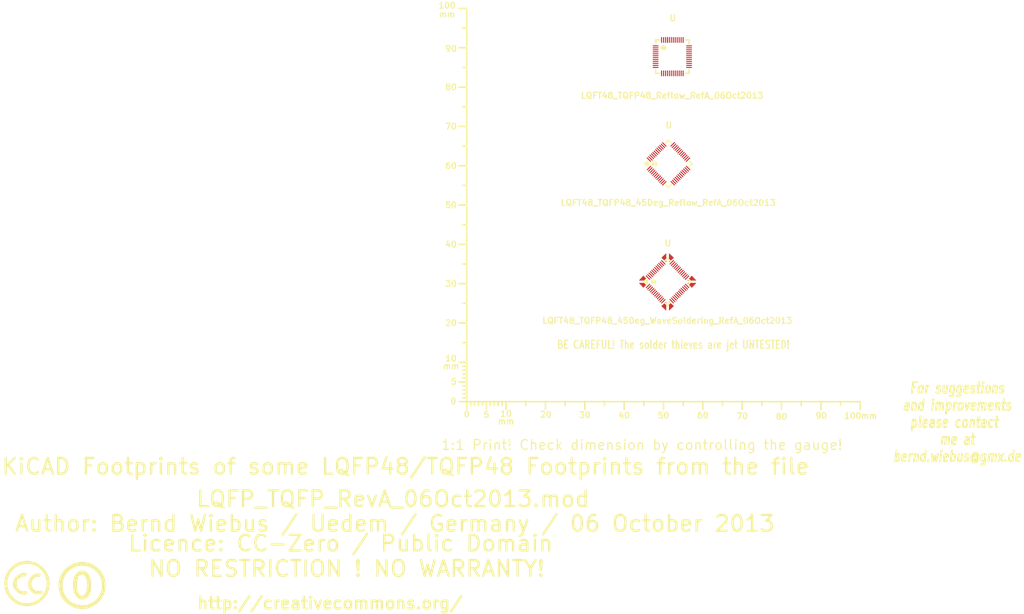
<source format=kicad_pcb>
(kicad_pcb (version 3) (host pcbnew "(2013-03-30 BZR 4007)-stable")

  (general
    (links 0)
    (no_connects 0)
    (area -16.90696 38.7816 274.02378 197.1694)
    (thickness 1.6002)
    (drawings 8)
    (tracks 0)
    (zones 0)
    (modules 6)
    (nets 1)
  )

  (page A4)
  (layers
    (15 Vorderseite signal)
    (0 Rückseite signal)
    (16 B.Adhes user)
    (17 F.Adhes user)
    (18 B.Paste user)
    (19 F.Paste user)
    (20 B.SilkS user)
    (21 F.SilkS user)
    (22 B.Mask user)
    (23 F.Mask user)
    (24 Dwgs.User user)
    (25 Cmts.User user)
    (26 Eco1.User user)
    (27 Eco2.User user)
    (28 Edge.Cuts user)
  )

  (setup
    (last_trace_width 0.2032)
    (trace_clearance 0.254)
    (zone_clearance 0.508)
    (zone_45_only no)
    (trace_min 0.2032)
    (segment_width 0.381)
    (edge_width 0.381)
    (via_size 0.889)
    (via_drill 0.635)
    (via_min_size 0.889)
    (via_min_drill 0.508)
    (uvia_size 0.508)
    (uvia_drill 0.127)
    (uvias_allowed no)
    (uvia_min_size 0.508)
    (uvia_min_drill 0.127)
    (pcb_text_width 0.3048)
    (pcb_text_size 1.524 2.032)
    (mod_edge_width 0.381)
    (mod_text_size 1.524 1.524)
    (mod_text_width 0.3048)
    (pad_size 1.2 1.2)
    (pad_drill 0)
    (pad_to_mask_clearance 0.254)
    (aux_axis_origin 0 0)
    (visible_elements 7FFFFFFF)
    (pcbplotparams
      (layerselection 3178497)
      (usegerberextensions true)
      (excludeedgelayer true)
      (linewidth 60)
      (plotframeref false)
      (viasonmask false)
      (mode 1)
      (useauxorigin false)
      (hpglpennumber 1)
      (hpglpenspeed 20)
      (hpglpendiameter 15)
      (hpglpenoverlay 0)
      (psnegative false)
      (psa4output false)
      (plotreference true)
      (plotvalue true)
      (plotothertext true)
      (plotinvisibletext false)
      (padsonsilk false)
      (subtractmaskfromsilk false)
      (outputformat 1)
      (mirror false)
      (drillshape 1)
      (scaleselection 1)
      (outputdirectory ""))
  )

  (net 0 "")

  (net_class Default "Dies ist die voreingestellte Netzklasse."
    (clearance 0.254)
    (trace_width 0.2032)
    (via_dia 0.889)
    (via_drill 0.635)
    (uvia_dia 0.508)
    (uvia_drill 0.127)
    (add_net "")
  )

  (module Gauge_100mm_Type2_SilkScreenTop_RevA_Date22Jun2010 (layer Vorderseite) (tedit 525EEA2A) (tstamp 4D88F07A)
    (at 132.75056 141.2494)
    (descr "Gauge, Massstab, 100mm, SilkScreenTop, Type 2,")
    (tags "Gauge, Massstab, 100mm, SilkScreenTop, Type 2,")
    (path Gauge_100mm_Type2_SilkScreenTop_RevA_Date22Jun2010)
    (fp_text reference MSC (at 4.0005 8.99922) (layer F.SilkS) hide
      (effects (font (size 1.524 1.524) (thickness 0.3048)))
    )
    (fp_text value Gauge_100mm_Type2_SilkScreenTop_RevA_Date22Jun2010 (at 45.9994 8.99922) (layer F.SilkS) hide
      (effects (font (size 1.524 1.524) (thickness 0.3048)))
    )
    (fp_text user mm (at 9.99998 5.00126) (layer F.SilkS)
      (effects (font (size 1.524 1.524) (thickness 0.3048)))
    )
    (fp_text user mm (at -4.0005 -8.99922) (layer F.SilkS)
      (effects (font (size 1.524 1.524) (thickness 0.3048)))
    )
    (fp_text user mm (at -5.00126 -98.5012) (layer F.SilkS)
      (effects (font (size 1.524 1.524) (thickness 0.3048)))
    )
    (fp_text user 10 (at 10.00506 3.0988) (layer F.SilkS)
      (effects (font (size 1.50114 1.50114) (thickness 0.29972)))
    )
    (fp_text user 0 (at 0.00508 3.19786) (layer F.SilkS)
      (effects (font (size 1.39954 1.50114) (thickness 0.29972)))
    )
    (fp_text user 5 (at 5.0038 3.29946) (layer F.SilkS)
      (effects (font (size 1.50114 1.50114) (thickness 0.29972)))
    )
    (fp_text user 20 (at 20.1041 3.29946) (layer F.SilkS)
      (effects (font (size 1.50114 1.50114) (thickness 0.29972)))
    )
    (fp_text user 30 (at 30.00502 3.39852) (layer F.SilkS)
      (effects (font (size 1.50114 1.50114) (thickness 0.29972)))
    )
    (fp_text user 40 (at 40.005 3.50012) (layer F.SilkS)
      (effects (font (size 1.50114 1.50114) (thickness 0.29972)))
    )
    (fp_text user 50 (at 50.00498 3.50012) (layer F.SilkS)
      (effects (font (size 1.50114 1.50114) (thickness 0.29972)))
    )
    (fp_text user 60 (at 60.00496 3.50012) (layer F.SilkS)
      (effects (font (size 1.50114 1.50114) (thickness 0.29972)))
    )
    (fp_text user 70 (at 70.00494 3.70078) (layer F.SilkS)
      (effects (font (size 1.50114 1.50114) (thickness 0.29972)))
    )
    (fp_text user 80 (at 80.00492 3.79984) (layer F.SilkS)
      (effects (font (size 1.50114 1.50114) (thickness 0.29972)))
    )
    (fp_text user 90 (at 90.1065 3.60172) (layer F.SilkS)
      (effects (font (size 1.50114 1.50114) (thickness 0.29972)))
    )
    (fp_text user 100mm (at 100.10648 3.60172) (layer F.SilkS)
      (effects (font (size 1.50114 1.50114) (thickness 0.29972)))
    )
    (fp_line (start 0 -8.99922) (end -1.00076 -8.99922) (layer F.SilkS) (width 0.381))
    (fp_line (start 0 -8.001) (end -1.00076 -8.001) (layer F.SilkS) (width 0.381))
    (fp_line (start 0 -7.00024) (end -1.00076 -7.00024) (layer F.SilkS) (width 0.381))
    (fp_line (start 0 -5.99948) (end -1.00076 -5.99948) (layer F.SilkS) (width 0.381))
    (fp_line (start 0 -4.0005) (end -1.00076 -4.0005) (layer F.SilkS) (width 0.381))
    (fp_line (start 0 -2.99974) (end -1.00076 -2.99974) (layer F.SilkS) (width 0.381))
    (fp_line (start 0 -1.99898) (end -1.00076 -1.99898) (layer F.SilkS) (width 0.381))
    (fp_line (start 0 -1.00076) (end -1.00076 -1.00076) (layer F.SilkS) (width 0.381))
    (fp_line (start 0 0) (end -1.99898 0) (layer F.SilkS) (width 0.381))
    (fp_line (start 0 -5.00126) (end -1.99898 -5.00126) (layer F.SilkS) (width 0.381))
    (fp_line (start 0 -9.99998) (end -1.99898 -9.99998) (layer F.SilkS) (width 0.381))
    (fp_line (start 0 -15.00124) (end -1.00076 -15.00124) (layer F.SilkS) (width 0.381))
    (fp_line (start 0 -19.99996) (end -1.99898 -19.99996) (layer F.SilkS) (width 0.381))
    (fp_line (start 0 -25.00122) (end -1.00076 -25.00122) (layer F.SilkS) (width 0.381))
    (fp_line (start 0 -29.99994) (end -1.99898 -29.99994) (layer F.SilkS) (width 0.381))
    (fp_line (start 0 -35.0012) (end -1.00076 -35.0012) (layer F.SilkS) (width 0.381))
    (fp_line (start 0 -39.99992) (end -1.99898 -39.99992) (layer F.SilkS) (width 0.381))
    (fp_line (start 0 -45.00118) (end -1.00076 -45.00118) (layer F.SilkS) (width 0.381))
    (fp_line (start 0 -49.9999) (end -1.99898 -49.9999) (layer F.SilkS) (width 0.381))
    (fp_line (start 0 -55.00116) (end -1.00076 -55.00116) (layer F.SilkS) (width 0.381))
    (fp_line (start 0 -59.99988) (end -1.99898 -59.99988) (layer F.SilkS) (width 0.381))
    (fp_line (start 0 -65.00114) (end -1.00076 -65.00114) (layer F.SilkS) (width 0.381))
    (fp_line (start 0 -69.99986) (end -1.99898 -69.99986) (layer F.SilkS) (width 0.381))
    (fp_line (start 0 -75.00112) (end -1.00076 -75.00112) (layer F.SilkS) (width 0.381))
    (fp_line (start 0 -79.99984) (end -1.99898 -79.99984) (layer F.SilkS) (width 0.381))
    (fp_line (start 0 -85.0011) (end -1.00076 -85.0011) (layer F.SilkS) (width 0.381))
    (fp_line (start 0 -89.99982) (end -1.99898 -89.99982) (layer F.SilkS) (width 0.381))
    (fp_line (start 0 -95.00108) (end -1.00076 -95.00108) (layer F.SilkS) (width 0.381))
    (fp_line (start 0 0) (end 0 -99.9998) (layer F.SilkS) (width 0.381))
    (fp_line (start 0 -99.9998) (end -1.99898 -99.9998) (layer F.SilkS) (width 0.381))
    (fp_text user 100 (at -4.99872 -100.7491) (layer F.SilkS)
      (effects (font (size 1.50114 1.50114) (thickness 0.29972)))
    )
    (fp_text user 90 (at -4.0005 -89.7509) (layer F.SilkS)
      (effects (font (size 1.50114 1.50114) (thickness 0.29972)))
    )
    (fp_text user 80 (at -4.0005 -79.99984) (layer F.SilkS)
      (effects (font (size 1.50114 1.50114) (thickness 0.29972)))
    )
    (fp_text user 70 (at -4.0005 -69.99986) (layer F.SilkS)
      (effects (font (size 1.50114 1.50114) (thickness 0.29972)))
    )
    (fp_text user 60 (at -4.0005 -59.99988) (layer F.SilkS)
      (effects (font (size 1.50114 1.50114) (thickness 0.29972)))
    )
    (fp_text user 50 (at -4.0005 -49.9999) (layer F.SilkS)
      (effects (font (size 1.50114 1.50114) (thickness 0.34036)))
    )
    (fp_text user 40 (at -4.0005 -39.99992) (layer F.SilkS)
      (effects (font (size 1.50114 1.50114) (thickness 0.29972)))
    )
    (fp_text user 30 (at -4.0005 -29.99994) (layer F.SilkS)
      (effects (font (size 1.50114 1.50114) (thickness 0.29972)))
    )
    (fp_text user 20 (at -4.0005 -19.99996) (layer F.SilkS)
      (effects (font (size 1.50114 1.50114) (thickness 0.29972)))
    )
    (fp_line (start 95.00108 0) (end 95.00108 1.00076) (layer F.SilkS) (width 0.381))
    (fp_line (start 89.99982 0) (end 89.99982 1.99898) (layer F.SilkS) (width 0.381))
    (fp_line (start 85.0011 0) (end 85.0011 1.00076) (layer F.SilkS) (width 0.381))
    (fp_line (start 79.99984 0) (end 79.99984 1.99898) (layer F.SilkS) (width 0.381))
    (fp_line (start 75.00112 0) (end 75.00112 1.00076) (layer F.SilkS) (width 0.381))
    (fp_line (start 69.99986 0) (end 69.99986 1.99898) (layer F.SilkS) (width 0.381))
    (fp_line (start 65.00114 0) (end 65.00114 1.00076) (layer F.SilkS) (width 0.381))
    (fp_line (start 59.99988 0) (end 59.99988 1.99898) (layer F.SilkS) (width 0.381))
    (fp_line (start 55.00116 0) (end 55.00116 1.00076) (layer F.SilkS) (width 0.381))
    (fp_line (start 49.9999 0) (end 49.9999 1.99898) (layer F.SilkS) (width 0.381))
    (fp_line (start 45.00118 0) (end 45.00118 1.00076) (layer F.SilkS) (width 0.381))
    (fp_line (start 39.99992 0) (end 39.99992 1.99898) (layer F.SilkS) (width 0.381))
    (fp_line (start 35.0012 0) (end 35.0012 1.00076) (layer F.SilkS) (width 0.381))
    (fp_line (start 29.99994 0) (end 29.99994 1.99898) (layer F.SilkS) (width 0.381))
    (fp_line (start 25.00122 0) (end 25.00122 1.00076) (layer F.SilkS) (width 0.381))
    (fp_line (start 19.99996 0) (end 19.99996 1.99898) (layer F.SilkS) (width 0.381))
    (fp_line (start 15.00124 0) (end 15.00124 1.00076) (layer F.SilkS) (width 0.381))
    (fp_line (start 9.99998 0) (end 99.9998 0) (layer F.SilkS) (width 0.381))
    (fp_line (start 99.9998 0) (end 99.9998 1.99898) (layer F.SilkS) (width 0.381))
    (fp_text user 5 (at -3.302 -5.10286) (layer F.SilkS)
      (effects (font (size 1.50114 1.50114) (thickness 0.29972)))
    )
    (fp_text user 0 (at -3.4036 -0.10414) (layer F.SilkS)
      (effects (font (size 1.50114 1.50114) (thickness 0.29972)))
    )
    (fp_text user 10 (at -4.0005 -11.00074) (layer F.SilkS)
      (effects (font (size 1.50114 1.50114) (thickness 0.29972)))
    )
    (fp_line (start 8.99922 0) (end 8.99922 1.00076) (layer F.SilkS) (width 0.381))
    (fp_line (start 8.001 0) (end 8.001 1.00076) (layer F.SilkS) (width 0.381))
    (fp_line (start 7.00024 0) (end 7.00024 1.00076) (layer F.SilkS) (width 0.381))
    (fp_line (start 5.99948 0) (end 5.99948 1.00076) (layer F.SilkS) (width 0.381))
    (fp_line (start 4.0005 0) (end 4.0005 1.00076) (layer F.SilkS) (width 0.381))
    (fp_line (start 2.99974 0) (end 2.99974 1.00076) (layer F.SilkS) (width 0.381))
    (fp_line (start 1.99898 0) (end 1.99898 1.00076) (layer F.SilkS) (width 0.381))
    (fp_line (start 1.00076 0) (end 1.00076 1.00076) (layer F.SilkS) (width 0.381))
    (fp_line (start 5.00126 0) (end 5.00126 1.99898) (layer F.SilkS) (width 0.381))
    (fp_line (start 0 0) (end 0 1.99898) (layer F.SilkS) (width 0.381))
    (fp_line (start 0 0) (end 9.99998 0) (layer F.SilkS) (width 0.381))
    (fp_line (start 9.99998 0) (end 9.99998 1.99898) (layer F.SilkS) (width 0.381))
  )

  (module Symbol_CC-PublicDomain_SilkScreenTop_Big (layer Vorderseite) (tedit 515D641F) (tstamp 515F0B64)
    (at 35 188)
    (descr "Symbol, CC-PublicDomain, SilkScreen Top, Big,")
    (tags "Symbol, CC-PublicDomain, SilkScreen Top, Big,")
    (path Symbol_CC-Noncommercial_CopperTop_Big)
    (fp_text reference Sym (at 0.59944 -7.29996) (layer F.SilkS) hide
      (effects (font (size 1.524 1.524) (thickness 0.3048)))
    )
    (fp_text value Symbol_CC-PublicDomain_SilkScreenTop_Big (at 0.59944 8.001) (layer F.SilkS) hide
      (effects (font (size 1.524 1.524) (thickness 0.3048)))
    )
    (fp_circle (center 0 0) (end 5.8 -0.05) (layer F.SilkS) (width 0.381))
    (fp_circle (center 0 0) (end 5.5 0) (layer F.SilkS) (width 0.381))
    (fp_circle (center 0.05 0) (end 5.25 0) (layer F.SilkS) (width 0.381))
    (fp_line (start 1.1 -2.5) (end 1.4 -1.9) (layer F.SilkS) (width 0.381))
    (fp_line (start -1.8 1.2) (end -1.6 1.9) (layer F.SilkS) (width 0.381))
    (fp_line (start -1.6 1.9) (end -1.2 2.5) (layer F.SilkS) (width 0.381))
    (fp_line (start 0 -3) (end 0.75 -2.75) (layer F.SilkS) (width 0.381))
    (fp_line (start 0.75 -2.75) (end 1 -2.25) (layer F.SilkS) (width 0.381))
    (fp_line (start 1 -2.25) (end 1.5 -1) (layer F.SilkS) (width 0.381))
    (fp_line (start 1.5 -1) (end 1.5 -0.5) (layer F.SilkS) (width 0.381))
    (fp_line (start 1.5 -0.5) (end 1.5 0.5) (layer F.SilkS) (width 0.381))
    (fp_line (start 1.5 0.5) (end 1.25 1.5) (layer F.SilkS) (width 0.381))
    (fp_line (start 1.25 1.5) (end 0.75 2.5) (layer F.SilkS) (width 0.381))
    (fp_line (start 0.75 2.5) (end 0.25 2.75) (layer F.SilkS) (width 0.381))
    (fp_line (start 0.25 2.75) (end -0.25 2.75) (layer F.SilkS) (width 0.381))
    (fp_line (start -0.25 2.75) (end -0.75 2.5) (layer F.SilkS) (width 0.381))
    (fp_line (start -0.75 2.5) (end -1.25 1.75) (layer F.SilkS) (width 0.381))
    (fp_line (start -1.25 1.75) (end -1.5 0.75) (layer F.SilkS) (width 0.381))
    (fp_line (start -1.5 0.75) (end -1.5 -0.75) (layer F.SilkS) (width 0.381))
    (fp_line (start -1.5 -0.75) (end -1.25 -1.75) (layer F.SilkS) (width 0.381))
    (fp_line (start -1.25 -1.75) (end -1 -2.5) (layer F.SilkS) (width 0.381))
    (fp_line (start -1 -2.5) (end -0.3 -2.9) (layer F.SilkS) (width 0.381))
    (fp_line (start -0.3 -2.9) (end 0.2 -3) (layer F.SilkS) (width 0.381))
    (fp_line (start 0.2 -3) (end 0.8 -3) (layer F.SilkS) (width 0.381))
    (fp_line (start 0.8 -3) (end 1.4 -2.3) (layer F.SilkS) (width 0.381))
    (fp_line (start 1.4 -2.3) (end 1.6 -1.4) (layer F.SilkS) (width 0.381))
    (fp_line (start 1.6 -1.4) (end 1.7 -0.3) (layer F.SilkS) (width 0.381))
    (fp_line (start 1.7 -0.3) (end 1.7 0.9) (layer F.SilkS) (width 0.381))
    (fp_line (start 1.7 0.9) (end 1.4 1.8) (layer F.SilkS) (width 0.381))
    (fp_line (start 1.4 1.8) (end 1 2.7) (layer F.SilkS) (width 0.381))
    (fp_line (start 1 2.7) (end 0.5 3) (layer F.SilkS) (width 0.381))
    (fp_line (start 0.5 3) (end -0.4 3) (layer F.SilkS) (width 0.381))
    (fp_line (start -0.4 3) (end -1.3 2.3) (layer F.SilkS) (width 0.381))
    (fp_line (start -1.3 2.3) (end -1.7 1) (layer F.SilkS) (width 0.381))
    (fp_line (start -1.7 1) (end -1.8 -0.7) (layer F.SilkS) (width 0.381))
    (fp_line (start -1.8 -0.7) (end -1.4 -2.2) (layer F.SilkS) (width 0.381))
    (fp_line (start -1.4 -2.2) (end -1 -2.9) (layer F.SilkS) (width 0.381))
    (fp_line (start -1 -2.9) (end -0.2 -3.3) (layer F.SilkS) (width 0.381))
    (fp_line (start -0.2 -3.3) (end 0.7 -3.2) (layer F.SilkS) (width 0.381))
    (fp_line (start 0.7 -3.2) (end 1.3 -3.1) (layer F.SilkS) (width 0.381))
    (fp_line (start 1.3 -3.1) (end 1.7 -2.4) (layer F.SilkS) (width 0.381))
    (fp_line (start 1.7 -2.4) (end 2 -1.6) (layer F.SilkS) (width 0.381))
    (fp_line (start 2 -1.6) (end 2.1 -0.6) (layer F.SilkS) (width 0.381))
    (fp_line (start 2.1 -0.6) (end 2.1 0.3) (layer F.SilkS) (width 0.381))
    (fp_line (start 2.1 0.3) (end 2.1 1.3) (layer F.SilkS) (width 0.381))
    (fp_line (start 2.1 1.3) (end 1.9 1.8) (layer F.SilkS) (width 0.381))
    (fp_line (start 1.9 1.8) (end 1.5 2.6) (layer F.SilkS) (width 0.381))
    (fp_line (start 1.5 2.6) (end 1.1 3) (layer F.SilkS) (width 0.381))
    (fp_line (start 1.1 3) (end 0.4 3.3) (layer F.SilkS) (width 0.381))
    (fp_line (start 0.4 3.3) (end -0.1 3.4) (layer F.SilkS) (width 0.381))
    (fp_line (start -0.1 3.4) (end -0.8 3.2) (layer F.SilkS) (width 0.381))
    (fp_line (start -0.8 3.2) (end -1.5 2.6) (layer F.SilkS) (width 0.381))
    (fp_line (start -1.5 2.6) (end -1.9 1.7) (layer F.SilkS) (width 0.381))
    (fp_line (start -1.9 1.7) (end -2.1 0.4) (layer F.SilkS) (width 0.381))
    (fp_line (start -2.1 0.4) (end -2.1 -0.6) (layer F.SilkS) (width 0.381))
    (fp_line (start -2.1 -0.6) (end -2 -1.6) (layer F.SilkS) (width 0.381))
    (fp_line (start -2 -1.6) (end -1.7 -2.4) (layer F.SilkS) (width 0.381))
    (fp_line (start -1.7 -2.4) (end -1.2 -3.1) (layer F.SilkS) (width 0.381))
    (fp_line (start -1.2 -3.1) (end -0.4 -3.6) (layer F.SilkS) (width 0.381))
    (fp_line (start -0.4 -3.6) (end 0.4 -3.6) (layer F.SilkS) (width 0.381))
    (fp_line (start 0.4 -3.6) (end 1.1 -3.2) (layer F.SilkS) (width 0.381))
    (fp_line (start 1.1 -3.2) (end 1.1 -2.9) (layer F.SilkS) (width 0.381))
    (fp_line (start 1.1 -2.9) (end 1.8 -1.5) (layer F.SilkS) (width 0.381))
    (fp_line (start 1.8 -1.5) (end 1.8 -0.4) (layer F.SilkS) (width 0.381))
    (fp_line (start 1.8 -0.4) (end 1.8 1.1) (layer F.SilkS) (width 0.381))
    (fp_line (start 1.8 1.1) (end 1.2 2.6) (layer F.SilkS) (width 0.381))
    (fp_line (start 1.2 2.6) (end 0.2 3.2) (layer F.SilkS) (width 0.381))
    (fp_line (start 0.2 3.2) (end -0.5 3.2) (layer F.SilkS) (width 0.381))
    (fp_line (start -0.5 3.2) (end -1.1 2.7) (layer F.SilkS) (width 0.381))
    (fp_line (start -1.1 2.7) (end -1.9 0.6) (layer F.SilkS) (width 0.381))
    (fp_line (start -1.9 0.6) (end -1.7 -1.9) (layer F.SilkS) (width 0.381))
  )

  (module Symbol_CreativeCommons_SilkScreenTop_Type2_Big (layer Vorderseite) (tedit 515D640C) (tstamp 515F46B2)
    (at 21 187.5)
    (descr "Symbol, Creative Commons, SilkScreen Top, Type 2, Big,")
    (tags "Symbol, Creative Commons, SilkScreen Top, Type 2, Big,")
    (path Symbol_CreativeCommons_CopperTop_Type2_Big)
    (fp_text reference Sym (at 0.59944 -7.29996) (layer F.SilkS) hide
      (effects (font (size 1.524 1.524) (thickness 0.3048)))
    )
    (fp_text value Symbol_CreativeCommons_Typ2_SilkScreenTop_Big (at 0.59944 8.001) (layer F.SilkS) hide
      (effects (font (size 1.524 1.524) (thickness 0.3048)))
    )
    (fp_line (start -0.70104 2.70002) (end -0.29972 2.60096) (layer F.SilkS) (width 0.381))
    (fp_line (start -0.29972 2.60096) (end -0.20066 2.10058) (layer F.SilkS) (width 0.381))
    (fp_line (start -2.49936 -1.69926) (end -2.70002 -1.6002) (layer F.SilkS) (width 0.381))
    (fp_line (start -2.70002 -1.6002) (end -3.0988 -1.00076) (layer F.SilkS) (width 0.381))
    (fp_line (start -3.0988 -1.00076) (end -3.29946 -0.50038) (layer F.SilkS) (width 0.381))
    (fp_line (start -3.29946 -0.50038) (end -3.40106 0.39878) (layer F.SilkS) (width 0.381))
    (fp_line (start -3.40106 0.39878) (end -3.29946 0.89916) (layer F.SilkS) (width 0.381))
    (fp_line (start -0.19812 2.4003) (end -0.29718 2.59842) (layer F.SilkS) (width 0.381))
    (fp_line (start 3.70078 2.10058) (end 3.79984 2.4003) (layer F.SilkS) (width 0.381))
    (fp_line (start 2.99974 -2.4003) (end 3.29946 -2.30124) (layer F.SilkS) (width 0.381))
    (fp_line (start 3.29946 -2.30124) (end 3.0988 -1.99898) (layer F.SilkS) (width 0.381))
    (fp_line (start 0 -5.40004) (end -0.50038 -5.40004) (layer F.SilkS) (width 0.381))
    (fp_line (start -0.50038 -5.40004) (end -1.30048 -5.10032) (layer F.SilkS) (width 0.381))
    (fp_line (start -1.30048 -5.10032) (end -1.99898 -4.89966) (layer F.SilkS) (width 0.381))
    (fp_line (start -1.99898 -4.89966) (end -2.70002 -4.699) (layer F.SilkS) (width 0.381))
    (fp_line (start -2.70002 -4.699) (end -3.29946 -4.20116) (layer F.SilkS) (width 0.381))
    (fp_line (start -3.29946 -4.20116) (end -4.0005 -3.59918) (layer F.SilkS) (width 0.381))
    (fp_line (start -4.0005 -3.59918) (end -4.50088 -2.99974) (layer F.SilkS) (width 0.381))
    (fp_line (start -4.50088 -2.99974) (end -5.00126 -2.10058) (layer F.SilkS) (width 0.381))
    (fp_line (start -5.00126 -2.10058) (end -5.30098 -1.09982) (layer F.SilkS) (width 0.381))
    (fp_line (start -5.30098 -1.09982) (end -5.40004 0.09906) (layer F.SilkS) (width 0.381))
    (fp_line (start -5.40004 0.09906) (end -5.19938 1.30048) (layer F.SilkS) (width 0.381))
    (fp_line (start -5.19938 1.30048) (end -4.8006 2.4003) (layer F.SilkS) (width 0.381))
    (fp_line (start -4.8006 2.4003) (end -3.79984 3.8989) (layer F.SilkS) (width 0.381))
    (fp_line (start -3.79984 3.8989) (end -2.60096 4.8006) (layer F.SilkS) (width 0.381))
    (fp_line (start -2.60096 4.8006) (end -1.30048 5.30098) (layer F.SilkS) (width 0.381))
    (fp_line (start -1.30048 5.30098) (end 0.09906 5.30098) (layer F.SilkS) (width 0.381))
    (fp_line (start 0.09906 5.30098) (end 1.6002 5.19938) (layer F.SilkS) (width 0.381))
    (fp_line (start 1.6002 5.19938) (end 2.60096 4.699) (layer F.SilkS) (width 0.381))
    (fp_line (start 2.60096 4.699) (end 4.20116 3.40106) (layer F.SilkS) (width 0.381))
    (fp_line (start 4.20116 3.40106) (end 5.00126 1.80086) (layer F.SilkS) (width 0.381))
    (fp_line (start 5.00126 1.80086) (end 5.40004 0.29972) (layer F.SilkS) (width 0.381))
    (fp_line (start 5.40004 0.29972) (end 5.19938 -1.39954) (layer F.SilkS) (width 0.381))
    (fp_line (start 5.19938 -1.39954) (end 4.699 -2.49936) (layer F.SilkS) (width 0.381))
    (fp_line (start 4.699 -2.49936) (end 3.40106 -4.09956) (layer F.SilkS) (width 0.381))
    (fp_line (start 3.40106 -4.09956) (end 2.4003 -4.8006) (layer F.SilkS) (width 0.381))
    (fp_line (start 2.4003 -4.8006) (end 1.39954 -5.19938) (layer F.SilkS) (width 0.381))
    (fp_line (start 1.39954 -5.19938) (end 0 -5.30098) (layer F.SilkS) (width 0.381))
    (fp_line (start 0.60198 -0.70104) (end 0.50292 -0.20066) (layer F.SilkS) (width 0.381))
    (fp_line (start 0.50292 -0.20066) (end 0.50292 0.49784) (layer F.SilkS) (width 0.381))
    (fp_line (start 0.50292 0.49784) (end 0.60198 1.09982) (layer F.SilkS) (width 0.381))
    (fp_line (start 0.60198 1.09982) (end 1.00076 1.69926) (layer F.SilkS) (width 0.381))
    (fp_line (start 1.00076 1.69926) (end 1.50114 2.19964) (layer F.SilkS) (width 0.381))
    (fp_line (start 1.50114 2.19964) (end 2.10058 2.49936) (layer F.SilkS) (width 0.381))
    (fp_line (start 2.10058 2.49936) (end 2.60096 2.59842) (layer F.SilkS) (width 0.381))
    (fp_line (start 2.60096 2.59842) (end 3.00228 2.59842) (layer F.SilkS) (width 0.381))
    (fp_line (start 3.00228 2.59842) (end 3.40106 2.59842) (layer F.SilkS) (width 0.381))
    (fp_line (start 3.40106 2.59842) (end 3.80238 2.49936) (layer F.SilkS) (width 0.381))
    (fp_line (start 3.80238 2.49936) (end 3.70078 2.2987) (layer F.SilkS) (width 0.381))
    (fp_line (start 3.70078 2.2987) (end 2.80162 2.4003) (layer F.SilkS) (width 0.381))
    (fp_line (start 2.80162 2.4003) (end 1.80086 2.09804) (layer F.SilkS) (width 0.381))
    (fp_line (start 1.80086 2.09804) (end 1.20142 1.6002) (layer F.SilkS) (width 0.381))
    (fp_line (start 1.20142 1.6002) (end 0.80264 0.6985) (layer F.SilkS) (width 0.381))
    (fp_line (start 0.80264 0.6985) (end 0.70104 -0.29972) (layer F.SilkS) (width 0.381))
    (fp_line (start 0.70104 -0.29972) (end 1.00076 -1.00076) (layer F.SilkS) (width 0.381))
    (fp_line (start 1.00076 -1.00076) (end 1.60274 -1.7018) (layer F.SilkS) (width 0.381))
    (fp_line (start 1.60274 -1.7018) (end 2.30124 -2.10058) (layer F.SilkS) (width 0.381))
    (fp_line (start 2.30124 -2.10058) (end 3.00228 -2.10058) (layer F.SilkS) (width 0.381))
    (fp_line (start 3.00228 -2.10058) (end 3.10134 -1.89992) (layer F.SilkS) (width 0.381))
    (fp_line (start 3.10134 -1.89992) (end 2.5019 -1.89992) (layer F.SilkS) (width 0.381))
    (fp_line (start 2.5019 -1.89992) (end 1.80086 -1.6002) (layer F.SilkS) (width 0.381))
    (fp_line (start 1.80086 -1.6002) (end 1.30048 -1.00076) (layer F.SilkS) (width 0.381))
    (fp_line (start 1.30048 -1.00076) (end 1.00076 -0.40132) (layer F.SilkS) (width 0.381))
    (fp_line (start 1.00076 -0.40132) (end 1.00076 0.09906) (layer F.SilkS) (width 0.381))
    (fp_line (start 1.00076 0.09906) (end 1.00076 0.6985) (layer F.SilkS) (width 0.381))
    (fp_line (start 1.00076 0.6985) (end 1.30048 1.19888) (layer F.SilkS) (width 0.381))
    (fp_line (start 1.30048 1.19888) (end 1.7018 1.69926) (layer F.SilkS) (width 0.381))
    (fp_line (start 1.7018 1.69926) (end 2.30124 1.99898) (layer F.SilkS) (width 0.381))
    (fp_line (start 2.30124 1.99898) (end 2.90068 2.09804) (layer F.SilkS) (width 0.381))
    (fp_line (start 2.90068 2.09804) (end 3.40106 2.09804) (layer F.SilkS) (width 0.381))
    (fp_line (start 3.40106 2.09804) (end 3.70078 1.99898) (layer F.SilkS) (width 0.381))
    (fp_line (start 3.00228 -2.4003) (end 2.40284 -2.4003) (layer F.SilkS) (width 0.381))
    (fp_line (start 2.40284 -2.4003) (end 2.00152 -2.20218) (layer F.SilkS) (width 0.381))
    (fp_line (start 2.00152 -2.20218) (end 1.50114 -2.00152) (layer F.SilkS) (width 0.381))
    (fp_line (start 1.50114 -2.00152) (end 1.10236 -1.6002) (layer F.SilkS) (width 0.381))
    (fp_line (start 1.10236 -1.6002) (end 0.80264 -1.09982) (layer F.SilkS) (width 0.381))
    (fp_line (start 0.80264 -1.09982) (end 0.60198 -0.70104) (layer F.SilkS) (width 0.381))
    (fp_line (start -0.39878 -1.99898) (end -0.89916 -1.99898) (layer F.SilkS) (width 0.381))
    (fp_line (start -0.89916 -1.99898) (end -1.39954 -1.89738) (layer F.SilkS) (width 0.381))
    (fp_line (start -1.39954 -1.89738) (end -1.89992 -1.59766) (layer F.SilkS) (width 0.381))
    (fp_line (start -1.89992 -1.59766) (end -2.4003 -1.19888) (layer F.SilkS) (width 0.381))
    (fp_line (start -2.4003 -1.30048) (end -2.70002 -0.8001) (layer F.SilkS) (width 0.381))
    (fp_line (start -2.70002 -0.8001) (end -2.79908 -0.29972) (layer F.SilkS) (width 0.381))
    (fp_line (start -2.79908 -0.29972) (end -2.79908 0.20066) (layer F.SilkS) (width 0.381))
    (fp_line (start -2.79908 0.20066) (end -2.59842 1.00076) (layer F.SilkS) (width 0.381))
    (fp_line (start -2.69748 1.00076) (end -2.39776 1.39954) (layer F.SilkS) (width 0.381))
    (fp_line (start -2.29616 1.4986) (end -1.79578 1.89992) (layer F.SilkS) (width 0.381))
    (fp_line (start -1.79578 1.89992) (end -1.29794 2.09804) (layer F.SilkS) (width 0.381))
    (fp_line (start -1.29794 2.09804) (end -0.89662 2.19964) (layer F.SilkS) (width 0.381))
    (fp_line (start -0.89662 2.19964) (end -0.49784 2.19964) (layer F.SilkS) (width 0.381))
    (fp_line (start -0.49784 2.19964) (end -0.19812 2.09804) (layer F.SilkS) (width 0.381))
    (fp_line (start -0.19812 2.09804) (end -0.29718 2.4003) (layer F.SilkS) (width 0.381))
    (fp_line (start -0.29718 2.4003) (end -0.89662 2.49936) (layer F.SilkS) (width 0.381))
    (fp_line (start -0.89662 2.49936) (end -1.59766 2.2987) (layer F.SilkS) (width 0.381))
    (fp_line (start -1.59766 2.2987) (end -2.29616 1.79832) (layer F.SilkS) (width 0.381))
    (fp_line (start -2.29616 1.79832) (end -2.79654 1.29794) (layer F.SilkS) (width 0.381))
    (fp_line (start -2.79908 1.39954) (end -2.99974 0.70104) (layer F.SilkS) (width 0.381))
    (fp_line (start -2.99974 0.70104) (end -3.0988 0) (layer F.SilkS) (width 0.381))
    (fp_line (start -3.0988 0) (end -2.99974 -0.59944) (layer F.SilkS) (width 0.381))
    (fp_line (start -2.99974 -0.8001) (end -2.70002 -1.30048) (layer F.SilkS) (width 0.381))
    (fp_line (start -2.70002 -1.09982) (end -2.19964 -1.6002) (layer F.SilkS) (width 0.381))
    (fp_line (start -2.19964 -1.69926) (end -1.69926 -1.99898) (layer F.SilkS) (width 0.381))
    (fp_line (start -1.69926 -1.99898) (end -1.19888 -2.19964) (layer F.SilkS) (width 0.381))
    (fp_line (start -1.19888 -2.19964) (end -0.6985 -2.19964) (layer F.SilkS) (width 0.381))
    (fp_line (start -0.6985 -2.19964) (end -0.29972 -2.19964) (layer F.SilkS) (width 0.381))
    (fp_line (start -0.29972 -2.19964) (end -0.20066 -2.39776) (layer F.SilkS) (width 0.381))
    (fp_line (start -0.20066 -2.39776) (end -0.59944 -2.49936) (layer F.SilkS) (width 0.381))
    (fp_line (start -0.59944 -2.49936) (end -1.00076 -2.49936) (layer F.SilkS) (width 0.381))
    (fp_line (start -1.00076 -2.49936) (end -1.4986 -2.39776) (layer F.SilkS) (width 0.381))
    (fp_line (start -1.4986 -2.39776) (end -2.10058 -2.09804) (layer F.SilkS) (width 0.381))
    (fp_line (start -2.10058 -2.09804) (end -2.59842 -1.69926) (layer F.SilkS) (width 0.381))
    (fp_line (start -2.59842 -1.6002) (end -3.0988 -0.89916) (layer F.SilkS) (width 0.381))
    (fp_line (start -3.0988 -0.89916) (end -3.29946 -0.29972) (layer F.SilkS) (width 0.381))
    (fp_line (start -3.29946 -0.29972) (end -3.29946 0.40132) (layer F.SilkS) (width 0.381))
    (fp_line (start -3.29946 0.40132) (end -3.2004 1.00076) (layer F.SilkS) (width 0.381))
    (fp_line (start -3.29946 0.8001) (end -2.99974 1.39954) (layer F.SilkS) (width 0.381))
    (fp_line (start -2.89814 1.4986) (end -2.49682 1.99898) (layer F.SilkS) (width 0.381))
    (fp_line (start -2.49682 1.99898) (end -1.89738 2.4003) (layer F.SilkS) (width 0.381))
    (fp_line (start -1.89738 2.4003) (end -1.19634 2.59842) (layer F.SilkS) (width 0.381))
    (fp_line (start -1.19634 2.59842) (end -0.69596 2.70002) (layer F.SilkS) (width 0.381))
    (fp_line (start -2.9972 1.19888) (end -2.59842 1.19888) (layer F.SilkS) (width 0.381))
    (fp_circle (center 0 0) (end 5.08 1.016) (layer F.SilkS) (width 0.381))
    (fp_circle (center 0 0) (end 5.588 0) (layer F.SilkS) (width 0.381))
  )

  (module LQFT48_TQFP48_45Deg_Reflow_RefA_06Oct2013 (layer Vorderseite) (tedit 525EE9F6) (tstamp 525EF2FA)
    (at 184 80.75)
    (attr smd)
    (fp_text reference U (at 0.1 -9.8) (layer F.SilkS)
      (effects (font (size 1.524 1.524) (thickness 0.3048)))
    )
    (fp_text value LQFT48_TQFP48_45Deg_Reflow_RefA_06Oct2013 (at -0.05 9.9) (layer F.SilkS)
      (effects (font (size 1.524 1.524) (thickness 0.3048)))
    )
    (fp_line (start 0 8.9) (end -8.8 0) (layer Cmts.User) (width 0.381))
    (fp_line (start -8.8 0) (end -1.9 -6.9) (layer Cmts.User) (width 0.381))
    (fp_line (start 9 0) (end 0 8.9) (layer Cmts.User) (width 0.381))
    (fp_line (start 0.1 -8.9) (end 9 0) (layer Cmts.User) (width 0.381))
    (fp_line (start -2.1 -6.7) (end 0 -8.9) (layer Cmts.User) (width 0.381))
    (fp_circle (center 0 0) (end 0.825 0.05) (layer F.Adhes) (width 0.381))
    (fp_circle (center 0 0) (end 0.5 0.025) (layer F.Adhes) (width 0.381))
    (fp_circle (center 0 0) (end 0.15 0) (layer F.Adhes) (width 0.381))
    (fp_line (start -7 -0.7) (end -7 0.7) (layer Cmts.User) (width 0.381))
    (fp_line (start 0 7.7) (end 7.7 0.025) (layer Cmts.User) (width 0.381))
    (fp_line (start 7.7 0.025) (end 0 -7.7) (layer Cmts.User) (width 0.381))
    (fp_line (start 0 -7.7) (end -7.7 0) (layer Cmts.User) (width 0.381))
    (fp_line (start -7.7 0) (end 0 7.7) (layer Cmts.User) (width 0.381))
    (fp_circle (center -3.525 0.025) (end -3.1 0.25) (layer F.SilkS) (width 0.381))
    (fp_circle (center -3.525 0.025) (end -3.35 0.1) (layer F.SilkS) (width 0.381))
    (fp_line (start -5.25 -0.725) (end -5.2 0.8) (layer F.SilkS) (width 0.381))
    (fp_line (start 0 6) (end 0.775 5.225) (layer F.SilkS) (width 0.381))
    (fp_line (start 0 6) (end -0.75 5.25) (layer F.SilkS) (width 0.381))
    (fp_line (start -6 0) (end -5.2 0.8) (layer F.SilkS) (width 0.381))
    (fp_line (start -6 0) (end -5.25 -0.75) (layer F.SilkS) (width 0.381))
    (fp_line (start 0 -6) (end 0.8 -5.2) (layer F.SilkS) (width 0.381))
    (fp_line (start 0 -6) (end -0.775 -5.2) (layer F.SilkS) (width 0.381))
    (fp_line (start 5.275 -0.725) (end 6 -0.025) (layer F.SilkS) (width 0.381))
    (fp_line (start 6 -0.025) (end 5.275 0.725) (layer F.SilkS) (width 0.381))
    (pad 13 smd oval (at 1.0875 4.9375 135) (size 1.5 0.254)
      (layers Vorderseite F.Paste F.Mask)
      (solder_mask_margin 0.05)
      (solder_paste_margin -0.05)
      (solder_paste_margin_ratio -0.5)
      (clearance 0.05)
    )
    (pad 18 smd oval (at 2.8625 3.1875 135) (size 1.5 0.254)
      (layers Vorderseite F.Paste F.Mask)
      (solder_mask_margin 0.05)
      (solder_paste_margin -0.05)
      (solder_paste_margin_ratio -0.5)
      (clearance 0.05)
    )
    (pad 17 smd oval (at 2.5125 3.5375 135) (size 1.5 0.254)
      (layers Vorderseite F.Paste F.Mask)
      (solder_mask_margin 0.05)
      (solder_paste_margin -0.05)
      (solder_paste_margin_ratio -0.5)
      (clearance 0.05)
    )
    (pad 16 smd oval (at 2.1625 3.8875 135) (size 1.5 0.254)
      (layers Vorderseite F.Paste F.Mask)
      (solder_mask_margin 0.05)
      (solder_paste_margin -0.05)
      (solder_paste_margin_ratio -0.5)
      (clearance 0.05)
    )
    (pad 15 smd oval (at 1.8125 4.2375 135) (size 1.5 0.254)
      (layers Vorderseite F.Paste F.Mask)
      (solder_mask_margin 0.05)
      (solder_paste_margin -0.05)
      (solder_paste_margin_ratio -0.5)
      (clearance 0.05)
    )
    (pad 14 smd oval (at 1.4625 4.6125 135) (size 1.5 0.254)
      (layers Vorderseite F.Paste F.Mask)
      (solder_mask_margin 0.05)
      (solder_paste_margin -0.05)
      (solder_paste_margin_ratio -0.5)
      (clearance 0.05)
    )
    (pad 19 smd oval (at 3.2375 2.8375 135) (size 1.5 0.254)
      (layers Vorderseite F.Paste F.Mask)
      (solder_mask_margin 0.05)
      (solder_paste_margin -0.05)
      (solder_paste_margin_ratio -0.5)
      (clearance 0.05)
    )
    (pad 20 smd oval (at 3.5625 2.4625 135) (size 1.5 0.254)
      (layers Vorderseite F.Paste F.Mask)
      (solder_mask_margin 0.05)
      (solder_paste_margin -0.05)
      (solder_paste_margin_ratio -0.5)
      (clearance 0.05)
    )
    (pad 21 smd oval (at 3.9125 2.1125 135) (size 1.5 0.254)
      (layers Vorderseite F.Paste F.Mask)
      (solder_mask_margin 0.05)
      (solder_paste_margin -0.05)
      (solder_paste_margin_ratio -0.5)
      (clearance 0.05)
    )
    (pad 22 smd oval (at 4.2875 1.7625 135) (size 1.5 0.254)
      (layers Vorderseite F.Paste F.Mask)
      (solder_mask_margin 0.05)
      (solder_paste_margin -0.05)
      (solder_paste_margin_ratio -0.5)
      (clearance 0.05)
    )
    (pad 23 smd oval (at 4.6625 1.4375 135) (size 1.5 0.254)
      (layers Vorderseite F.Paste F.Mask)
      (solder_mask_margin 0.05)
      (solder_paste_margin -0.05)
      (solder_paste_margin_ratio -0.5)
      (clearance 0.05)
    )
    (pad 24 smd oval (at 4.9875 1.0625 135) (size 1.5 0.254)
      (layers Vorderseite F.Paste F.Mask)
      (solder_mask_margin 0.05)
      (solder_paste_margin -0.05)
      (solder_paste_margin_ratio -0.5)
      (clearance 0.05)
    )
    (pad 37 smd oval (at -1.05 -4.925 135) (size 1.5 0.254)
      (layers Vorderseite F.Paste F.Mask)
      (solder_mask_margin 0.05)
      (solder_paste_margin -0.05)
      (solder_paste_margin_ratio -0.5)
      (clearance 0.05)
    )
    (pad 38 smd oval (at -1.375 -4.55 135) (size 1.5 0.254)
      (layers Vorderseite F.Paste F.Mask)
      (solder_mask_margin 0.05)
      (solder_paste_margin -0.05)
      (solder_paste_margin_ratio -0.5)
      (clearance 0.05)
    )
    (pad 39 smd oval (at -1.75 -4.225 135) (size 1.5 0.254)
      (layers Vorderseite F.Paste F.Mask)
      (solder_mask_margin 0.05)
      (solder_paste_margin -0.05)
      (solder_paste_margin_ratio -0.5)
      (clearance 0.05)
    )
    (pad 40 smd oval (at -2.125 -3.875 135) (size 1.5 0.254)
      (layers Vorderseite F.Paste F.Mask)
      (solder_mask_margin 0.05)
      (solder_paste_margin -0.05)
      (solder_paste_margin_ratio -0.5)
      (clearance 0.05)
    )
    (pad 41 smd oval (at -2.475 -3.525 135) (size 1.5 0.254)
      (layers Vorderseite F.Paste F.Mask)
      (solder_mask_margin 0.05)
      (solder_paste_margin -0.05)
      (solder_paste_margin_ratio -0.5)
      (clearance 0.05)
    )
    (pad 42 smd oval (at -2.8 -3.15 135) (size 1.5 0.254)
      (layers Vorderseite F.Paste F.Mask)
      (solder_mask_margin 0.05)
      (solder_paste_margin -0.05)
      (solder_paste_margin_ratio -0.5)
      (clearance 0.05)
    )
    (pad 47 smd oval (at -4.575 -1.375 135) (size 1.5 0.254)
      (layers Vorderseite F.Paste F.Mask)
      (solder_mask_margin 0.05)
      (solder_paste_margin -0.05)
      (solder_paste_margin_ratio -0.5)
      (clearance 0.05)
    )
    (pad 46 smd oval (at -4.225 -1.75 135) (size 1.5 0.254)
      (layers Vorderseite F.Paste F.Mask)
      (solder_mask_margin 0.05)
      (solder_paste_margin -0.05)
      (solder_paste_margin_ratio -0.5)
      (clearance 0.05)
    )
    (pad 45 smd oval (at -3.875 -2.1 135) (size 1.5 0.254)
      (layers Vorderseite F.Paste F.Mask)
      (solder_mask_margin 0.05)
      (solder_paste_margin -0.05)
      (solder_paste_margin_ratio -0.5)
      (clearance 0.05)
    )
    (pad 44 smd oval (at -3.525 -2.45 135) (size 1.5 0.254)
      (layers Vorderseite F.Paste F.Mask)
      (solder_mask_margin 0.05)
      (solder_paste_margin -0.05)
      (solder_paste_margin_ratio -0.5)
      (clearance 0.05)
    )
    (pad 43 smd oval (at -3.175 -2.8 135) (size 1.5 0.254)
      (layers Vorderseite F.Paste F.Mask)
      (solder_mask_margin 0.05)
      (solder_paste_margin -0.05)
      (solder_paste_margin_ratio -0.5)
      (clearance 0.05)
    )
    (pad 48 smd oval (at -4.95 -1.05 135) (size 1.5 0.254)
      (layers Vorderseite F.Paste F.Mask)
      (solder_mask_margin 0.05)
      (solder_paste_margin -0.05)
      (solder_paste_margin_ratio -0.5)
      (clearance 0.05)
    )
    (pad 12 smd oval (at -1.05 4.975 45) (size 1.5 0.254)
      (layers Vorderseite F.Paste F.Mask)
      (solder_mask_margin 0.05)
      (solder_paste_margin -0.05)
      (solder_paste_margin_ratio -0.5)
      (clearance 0.05)
    )
    (pad 11 smd oval (at -1.425 4.65 45) (size 1.5 0.254)
      (layers Vorderseite F.Paste F.Mask)
      (solder_mask_margin 0.05)
      (solder_paste_margin -0.05)
      (solder_paste_margin_ratio -0.5)
      (clearance 0.05)
    )
    (pad 10 smd oval (at -1.75 4.275 45) (size 1.5 0.254)
      (layers Vorderseite F.Paste F.Mask)
      (solder_mask_margin 0.05)
      (solder_paste_margin -0.05)
      (solder_paste_margin_ratio -0.5)
      (clearance 0.05)
    )
    (pad 9 smd oval (at -2.1 3.9 45) (size 1.5 0.254)
      (layers Vorderseite F.Paste F.Mask)
      (solder_mask_margin 0.05)
      (solder_paste_margin -0.05)
      (solder_paste_margin_ratio -0.5)
      (clearance 0.05)
    )
    (pad 8 smd oval (at -2.45 3.55 45) (size 1.5 0.254)
      (layers Vorderseite F.Paste F.Mask)
      (solder_mask_margin 0.05)
      (solder_paste_margin -0.05)
      (solder_paste_margin_ratio -0.5)
      (clearance 0.05)
    )
    (pad 7 smd oval (at -2.825 3.225 45) (size 1.5 0.254)
      (layers Vorderseite F.Paste F.Mask)
      (solder_mask_margin 0.05)
      (solder_paste_margin -0.05)
      (solder_paste_margin_ratio -0.5)
      (clearance 0.05)
    )
    (pad 2 smd oval (at -4.6 1.45 45) (size 1.5 0.254)
      (layers Vorderseite F.Paste F.Mask)
      (solder_mask_margin 0.05)
      (solder_paste_margin -0.05)
      (solder_paste_margin_ratio -0.5)
      (clearance 0.05)
    )
    (pad 3 smd oval (at -4.225 1.8 45) (size 1.5 0.254)
      (layers Vorderseite F.Paste F.Mask)
      (solder_mask_margin 0.05)
      (solder_paste_margin -0.05)
      (solder_paste_margin_ratio -0.5)
      (clearance 0.05)
    )
    (pad 4 smd oval (at -3.875 2.15 45) (size 1.5 0.254)
      (layers Vorderseite F.Paste F.Mask)
      (solder_mask_margin 0.05)
      (solder_paste_margin -0.05)
      (solder_paste_margin_ratio -0.5)
      (clearance 0.05)
    )
    (pad 5 smd oval (at -3.525 2.5 45) (size 1.5 0.254)
      (layers Vorderseite F.Paste F.Mask)
      (solder_mask_margin 0.05)
      (solder_paste_margin -0.05)
      (solder_paste_margin_ratio -0.5)
      (clearance 0.05)
    )
    (pad 6 smd oval (at -3.175 2.85 45) (size 1.5 0.254)
      (layers Vorderseite F.Paste F.Mask)
      (solder_mask_margin 0.05)
      (solder_paste_margin -0.05)
      (solder_paste_margin_ratio -0.5)
      (clearance 0.05)
    )
    (pad 1 smd oval (at -4.925 1.075 45) (size 1.5 0.254)
      (layers Vorderseite F.Paste F.Mask)
      (solder_mask_margin 0.05)
      (solder_paste_margin -0.05)
      (solder_paste_margin_ratio -0.5)
      (clearance 0.05)
    )
    (pad 36 smd oval (at 1.1 -4.95 45) (size 1.5 0.254)
      (layers Vorderseite F.Paste F.Mask)
      (solder_mask_margin 0.05)
      (solder_paste_margin -0.05)
      (solder_paste_margin_ratio -0.5)
      (clearance 0.05)
    )
    (pad 31 smd oval (at 2.85 -3.175 45) (size 1.5 0.254)
      (layers Vorderseite F.Paste F.Mask)
      (solder_mask_margin 0.05)
      (solder_paste_margin -0.05)
      (solder_paste_margin_ratio -0.5)
      (clearance 0.05)
    )
    (pad 32 smd oval (at 2.5 -3.525 45) (size 1.5 0.254)
      (layers Vorderseite F.Paste F.Mask)
      (solder_mask_margin 0.05)
      (solder_paste_margin -0.05)
      (solder_paste_margin_ratio -0.5)
      (clearance 0.05)
    )
    (pad 33 smd oval (at 2.15 -3.875 45) (size 1.5 0.254)
      (layers Vorderseite F.Paste F.Mask)
      (solder_mask_margin 0.05)
      (solder_paste_margin -0.05)
      (solder_paste_margin_ratio -0.5)
      (clearance 0.05)
    )
    (pad 34 smd oval (at 1.8 -4.225 45) (size 1.5 0.254)
      (layers Vorderseite F.Paste F.Mask)
      (solder_mask_margin 0.05)
      (solder_paste_margin -0.05)
      (solder_paste_margin_ratio -0.5)
      (clearance 0.05)
    )
    (pad 35 smd oval (at 1.425 -4.575 45) (size 1.5 0.254)
      (layers Vorderseite F.Paste F.Mask)
      (solder_mask_margin 0.05)
      (solder_paste_margin -0.05)
      (solder_paste_margin_ratio -0.5)
      (clearance 0.05)
    )
    (pad 30 smd oval (at 3.2 -2.8 45) (size 1.5 0.254)
      (layers Vorderseite F.Paste F.Mask)
      (solder_mask_margin 0.05)
      (solder_paste_margin -0.05)
      (solder_paste_margin_ratio -0.5)
      (clearance 0.05)
    )
    (pad 29 smd oval (at 3.575 -2.475 45) (size 1.5 0.254)
      (layers Vorderseite F.Paste F.Mask)
      (solder_mask_margin 0.05)
      (solder_paste_margin -0.05)
      (solder_paste_margin_ratio -0.5)
      (clearance 0.05)
    )
    (pad 28 smd oval (at 3.925 -2.125 45) (size 1.5 0.254)
      (layers Vorderseite F.Paste F.Mask)
      (solder_mask_margin 0.05)
      (solder_paste_margin -0.05)
      (solder_paste_margin_ratio -0.5)
      (clearance 0.05)
    )
    (pad 27 smd oval (at 4.275 -1.75 45) (size 1.5 0.254)
      (layers Vorderseite F.Paste F.Mask)
      (solder_mask_margin 0.05)
      (solder_paste_margin -0.05)
      (solder_paste_margin_ratio -0.5)
      (clearance 0.05)
    )
    (pad 26 smd oval (at 4.6 -1.375 45) (size 1.5 0.254)
      (layers Vorderseite F.Paste F.Mask)
      (solder_mask_margin 0.05)
      (solder_paste_margin -0.05)
      (solder_paste_margin_ratio -0.5)
      (clearance 0.05)
    )
    (pad 25 smd oval (at 4.975 -1.05 45) (size 1.5 0.254)
      (layers Vorderseite F.Paste F.Mask)
      (solder_mask_margin 0.05)
      (solder_paste_margin -0.05)
      (solder_paste_margin_ratio -0.5)
      (clearance 0.05)
    )
  )

  (module LQFT48_TQFP48_45Deg_WaveSoldering_RefA_06Oct2013 (layer Vorderseite) (tedit 525EEA1A) (tstamp 525EF522)
    (at 183.75 110.75)
    (attr smd)
    (fp_text reference U (at 0.1 -9.8) (layer F.SilkS)
      (effects (font (size 1.524 1.524) (thickness 0.3048)))
    )
    (fp_text value LQFT48_TQFP48_45Deg_WaveSoldering_RefA_06Oct2013 (at -0.05 9.9) (layer F.SilkS)
      (effects (font (size 1.524 1.524) (thickness 0.3048)))
    )
    (fp_line (start 0 8.9) (end -8.8 0) (layer Cmts.User) (width 0.381))
    (fp_line (start -8.8 0) (end -1.9 -6.9) (layer Cmts.User) (width 0.381))
    (fp_line (start 9 0) (end 0 8.9) (layer Cmts.User) (width 0.381))
    (fp_line (start 0.1 -8.9) (end 9 0) (layer Cmts.User) (width 0.381))
    (fp_line (start -2.1 -6.7) (end 0 -8.9) (layer Cmts.User) (width 0.381))
    (fp_circle (center 0 0) (end 0.825 0.05) (layer F.Adhes) (width 0.381))
    (fp_circle (center 0 0) (end 0.5 0.025) (layer F.Adhes) (width 0.381))
    (fp_circle (center 0 0) (end 0.15 0) (layer F.Adhes) (width 0.381))
    (fp_line (start -7 -0.7) (end -7 0.7) (layer Cmts.User) (width 0.381))
    (fp_line (start 0 7.7) (end 7.7 0.025) (layer Cmts.User) (width 0.381))
    (fp_line (start 7.7 0.025) (end 0 -7.7) (layer Cmts.User) (width 0.381))
    (fp_line (start 0 -7.7) (end -7.7 0) (layer Cmts.User) (width 0.381))
    (fp_line (start -7.7 0) (end 0 7.7) (layer Cmts.User) (width 0.381))
    (fp_circle (center -3.525 0.025) (end -3.1 0.25) (layer F.SilkS) (width 0.381))
    (fp_circle (center -3.525 0.025) (end -3.35 0.1) (layer F.SilkS) (width 0.381))
    (fp_line (start -5.25 -0.725) (end -5.2 0.8) (layer F.SilkS) (width 0.381))
    (fp_line (start 0 6) (end 0.775 5.225) (layer F.SilkS) (width 0.381))
    (fp_line (start 0 6) (end -0.75 5.25) (layer F.SilkS) (width 0.381))
    (fp_line (start -6 0) (end -5.2 0.8) (layer F.SilkS) (width 0.381))
    (fp_line (start -6 0) (end -5.25 -0.75) (layer F.SilkS) (width 0.381))
    (fp_line (start 0 -6) (end 0.8 -5.2) (layer F.SilkS) (width 0.381))
    (fp_line (start 0 -6) (end -0.775 -5.2) (layer F.SilkS) (width 0.381))
    (fp_line (start 5.275 -0.725) (end 6 -0.025) (layer F.SilkS) (width 0.381))
    (fp_line (start 6 -0.025) (end 5.275 0.725) (layer F.SilkS) (width 0.381))
    (pad 13 smd oval (at 1.0875 4.9375 135) (size 1.5 0.254)
      (layers Vorderseite F.Paste F.Mask)
      (solder_mask_margin 0.05)
      (solder_paste_margin -0.05)
      (solder_paste_margin_ratio -0.5)
      (clearance 0.05)
    )
    (pad 18 smd oval (at 2.8625 3.1875 135) (size 1.5 0.254)
      (layers Vorderseite F.Paste F.Mask)
      (solder_mask_margin 0.05)
      (solder_paste_margin -0.05)
      (solder_paste_margin_ratio -0.5)
      (clearance 0.05)
    )
    (pad 17 smd oval (at 2.5125 3.5375 135) (size 1.5 0.254)
      (layers Vorderseite F.Paste F.Mask)
      (solder_mask_margin 0.05)
      (solder_paste_margin -0.05)
      (solder_paste_margin_ratio -0.5)
      (clearance 0.05)
    )
    (pad 16 smd oval (at 2.1625 3.8875 135) (size 1.5 0.254)
      (layers Vorderseite F.Paste F.Mask)
      (solder_mask_margin 0.05)
      (solder_paste_margin -0.05)
      (solder_paste_margin_ratio -0.5)
      (clearance 0.05)
    )
    (pad 15 smd oval (at 1.8125 4.2375 135) (size 1.5 0.254)
      (layers Vorderseite F.Paste F.Mask)
      (solder_mask_margin 0.05)
      (solder_paste_margin -0.05)
      (solder_paste_margin_ratio -0.5)
      (clearance 0.05)
    )
    (pad 14 smd oval (at 1.4625 4.6125 135) (size 1.5 0.254)
      (layers Vorderseite F.Paste F.Mask)
      (solder_mask_margin 0.05)
      (solder_paste_margin -0.05)
      (solder_paste_margin_ratio -0.5)
      (clearance 0.05)
    )
    (pad 19 smd oval (at 3.2375 2.8375 135) (size 1.5 0.254)
      (layers Vorderseite F.Paste F.Mask)
      (solder_mask_margin 0.05)
      (solder_paste_margin -0.05)
      (solder_paste_margin_ratio -0.5)
      (clearance 0.05)
    )
    (pad 20 smd oval (at 3.5625 2.4625 135) (size 1.5 0.254)
      (layers Vorderseite F.Paste F.Mask)
      (solder_mask_margin 0.05)
      (solder_paste_margin -0.05)
      (solder_paste_margin_ratio -0.5)
      (clearance 0.05)
    )
    (pad 21 smd oval (at 3.9125 2.1125 135) (size 1.5 0.254)
      (layers Vorderseite F.Paste F.Mask)
      (solder_mask_margin 0.05)
      (solder_paste_margin -0.05)
      (solder_paste_margin_ratio -0.5)
      (clearance 0.05)
    )
    (pad 22 smd oval (at 4.2875 1.7625 135) (size 1.5 0.254)
      (layers Vorderseite F.Paste F.Mask)
      (solder_mask_margin 0.05)
      (solder_paste_margin -0.05)
      (solder_paste_margin_ratio -0.5)
      (clearance 0.05)
    )
    (pad 23 smd oval (at 4.6625 1.4375 135) (size 1.5 0.254)
      (layers Vorderseite F.Paste F.Mask)
      (solder_mask_margin 0.05)
      (solder_paste_margin -0.05)
      (solder_paste_margin_ratio -0.5)
      (clearance 0.05)
    )
    (pad 24 smd oval (at 4.9875 1.0625 135) (size 1.5 0.254)
      (layers Vorderseite F.Paste F.Mask)
      (solder_mask_margin 0.05)
      (solder_paste_margin -0.05)
      (solder_paste_margin_ratio -0.5)
      (clearance 0.05)
    )
    (pad 37 smd oval (at -1.05 -4.925 135) (size 1.5 0.254)
      (layers Vorderseite F.Paste F.Mask)
      (solder_mask_margin 0.05)
      (solder_paste_margin -0.05)
      (solder_paste_margin_ratio -0.5)
      (clearance 0.05)
    )
    (pad 38 smd oval (at -1.375 -4.55 135) (size 1.5 0.254)
      (layers Vorderseite F.Paste F.Mask)
      (solder_mask_margin 0.05)
      (solder_paste_margin -0.05)
      (solder_paste_margin_ratio -0.5)
      (clearance 0.05)
    )
    (pad 39 smd oval (at -1.75 -4.225 135) (size 1.5 0.254)
      (layers Vorderseite F.Paste F.Mask)
      (solder_mask_margin 0.05)
      (solder_paste_margin -0.05)
      (solder_paste_margin_ratio -0.5)
      (clearance 0.05)
    )
    (pad 40 smd oval (at -2.125 -3.875 135) (size 1.5 0.254)
      (layers Vorderseite F.Paste F.Mask)
      (solder_mask_margin 0.05)
      (solder_paste_margin -0.05)
      (solder_paste_margin_ratio -0.5)
      (clearance 0.05)
    )
    (pad 41 smd oval (at -2.475 -3.525 135) (size 1.5 0.254)
      (layers Vorderseite F.Paste F.Mask)
      (solder_mask_margin 0.05)
      (solder_paste_margin -0.05)
      (solder_paste_margin_ratio -0.5)
      (clearance 0.05)
    )
    (pad 42 smd oval (at -2.8 -3.15 135) (size 1.5 0.254)
      (layers Vorderseite F.Paste F.Mask)
      (solder_mask_margin 0.05)
      (solder_paste_margin -0.05)
      (solder_paste_margin_ratio -0.5)
      (clearance 0.05)
    )
    (pad 47 smd oval (at -4.575 -1.375 135) (size 1.5 0.254)
      (layers Vorderseite F.Paste F.Mask)
      (solder_mask_margin 0.05)
      (solder_paste_margin -0.05)
      (solder_paste_margin_ratio -0.5)
      (clearance 0.05)
    )
    (pad 46 smd oval (at -4.225 -1.75 135) (size 1.5 0.254)
      (layers Vorderseite F.Paste F.Mask)
      (solder_mask_margin 0.05)
      (solder_paste_margin -0.05)
      (solder_paste_margin_ratio -0.5)
      (clearance 0.05)
    )
    (pad 45 smd oval (at -3.875 -2.1 135) (size 1.5 0.254)
      (layers Vorderseite F.Paste F.Mask)
      (solder_mask_margin 0.05)
      (solder_paste_margin -0.05)
      (solder_paste_margin_ratio -0.5)
      (clearance 0.05)
    )
    (pad 44 smd oval (at -3.525 -2.45 135) (size 1.5 0.254)
      (layers Vorderseite F.Paste F.Mask)
      (solder_mask_margin 0.05)
      (solder_paste_margin -0.05)
      (solder_paste_margin_ratio -0.5)
      (clearance 0.05)
    )
    (pad 43 smd oval (at -3.175 -2.8 135) (size 1.5 0.254)
      (layers Vorderseite F.Paste F.Mask)
      (solder_mask_margin 0.05)
      (solder_paste_margin -0.05)
      (solder_paste_margin_ratio -0.5)
      (clearance 0.05)
    )
    (pad 48 smd oval (at -4.95 -1.05 135) (size 1.5 0.254)
      (layers Vorderseite F.Paste F.Mask)
      (solder_mask_margin 0.05)
      (solder_paste_margin -0.05)
      (solder_paste_margin_ratio -0.5)
      (clearance 0.05)
    )
    (pad 12 smd oval (at -1.05 4.975 45) (size 1.5 0.254)
      (layers Vorderseite F.Paste F.Mask)
      (solder_mask_margin 0.05)
      (solder_paste_margin -0.05)
      (solder_paste_margin_ratio -0.5)
      (clearance 0.05)
    )
    (pad 11 smd oval (at -1.425 4.65 45) (size 1.5 0.254)
      (layers Vorderseite F.Paste F.Mask)
      (solder_mask_margin 0.05)
      (solder_paste_margin -0.05)
      (solder_paste_margin_ratio -0.5)
      (clearance 0.05)
    )
    (pad 10 smd oval (at -1.75 4.275 45) (size 1.5 0.254)
      (layers Vorderseite F.Paste F.Mask)
      (solder_mask_margin 0.05)
      (solder_paste_margin -0.05)
      (solder_paste_margin_ratio -0.5)
      (clearance 0.05)
    )
    (pad 9 smd oval (at -2.1 3.9 45) (size 1.5 0.254)
      (layers Vorderseite F.Paste F.Mask)
      (solder_mask_margin 0.05)
      (solder_paste_margin -0.05)
      (solder_paste_margin_ratio -0.5)
      (clearance 0.05)
    )
    (pad 8 smd oval (at -2.45 3.55 45) (size 1.5 0.254)
      (layers Vorderseite F.Paste F.Mask)
      (solder_mask_margin 0.05)
      (solder_paste_margin -0.05)
      (solder_paste_margin_ratio -0.5)
      (clearance 0.05)
    )
    (pad 7 smd oval (at -2.825 3.225 45) (size 1.5 0.254)
      (layers Vorderseite F.Paste F.Mask)
      (solder_mask_margin 0.05)
      (solder_paste_margin -0.05)
      (solder_paste_margin_ratio -0.5)
      (clearance 0.05)
    )
    (pad 2 smd oval (at -4.6 1.45 45) (size 1.5 0.254)
      (layers Vorderseite F.Paste F.Mask)
      (solder_mask_margin 0.05)
      (solder_paste_margin -0.05)
      (solder_paste_margin_ratio -0.5)
      (clearance 0.05)
    )
    (pad 3 smd oval (at -4.225 1.8 45) (size 1.5 0.254)
      (layers Vorderseite F.Paste F.Mask)
      (solder_mask_margin 0.05)
      (solder_paste_margin -0.05)
      (solder_paste_margin_ratio -0.5)
      (clearance 0.05)
    )
    (pad 4 smd oval (at -3.875 2.15 45) (size 1.5 0.254)
      (layers Vorderseite F.Paste F.Mask)
      (solder_mask_margin 0.05)
      (solder_paste_margin -0.05)
      (solder_paste_margin_ratio -0.5)
      (clearance 0.05)
    )
    (pad 5 smd oval (at -3.525 2.5 45) (size 1.5 0.254)
      (layers Vorderseite F.Paste F.Mask)
      (solder_mask_margin 0.05)
      (solder_paste_margin -0.05)
      (solder_paste_margin_ratio -0.5)
      (clearance 0.05)
    )
    (pad 6 smd oval (at -3.175 2.85 45) (size 1.5 0.254)
      (layers Vorderseite F.Paste F.Mask)
      (solder_mask_margin 0.05)
      (solder_paste_margin -0.05)
      (solder_paste_margin_ratio -0.5)
      (clearance 0.05)
    )
    (pad 1 smd oval (at -4.925 1.075 45) (size 1.5 0.254)
      (layers Vorderseite F.Paste F.Mask)
      (solder_mask_margin 0.05)
      (solder_paste_margin -0.05)
      (solder_paste_margin_ratio -0.5)
      (clearance 0.05)
    )
    (pad 36 smd oval (at 1.1 -4.95 45) (size 1.5 0.254)
      (layers Vorderseite F.Paste F.Mask)
      (solder_mask_margin 0.05)
      (solder_paste_margin -0.05)
      (solder_paste_margin_ratio -0.5)
      (clearance 0.05)
    )
    (pad 31 smd oval (at 2.85 -3.175 45) (size 1.5 0.254)
      (layers Vorderseite F.Paste F.Mask)
      (solder_mask_margin 0.05)
      (solder_paste_margin -0.05)
      (solder_paste_margin_ratio -0.5)
      (clearance 0.05)
    )
    (pad 32 smd oval (at 2.5 -3.525 45) (size 1.5 0.254)
      (layers Vorderseite F.Paste F.Mask)
      (solder_mask_margin 0.05)
      (solder_paste_margin -0.05)
      (solder_paste_margin_ratio -0.5)
      (clearance 0.05)
    )
    (pad 33 smd oval (at 2.15 -3.875 45) (size 1.5 0.254)
      (layers Vorderseite F.Paste F.Mask)
      (solder_mask_margin 0.05)
      (solder_paste_margin -0.05)
      (solder_paste_margin_ratio -0.5)
      (clearance 0.05)
    )
    (pad 34 smd oval (at 1.8 -4.225 45) (size 1.5 0.254)
      (layers Vorderseite F.Paste F.Mask)
      (solder_mask_margin 0.05)
      (solder_paste_margin -0.05)
      (solder_paste_margin_ratio -0.5)
      (clearance 0.05)
    )
    (pad 35 smd oval (at 1.425 -4.575 45) (size 1.5 0.254)
      (layers Vorderseite F.Paste F.Mask)
      (solder_mask_margin 0.05)
      (solder_paste_margin -0.05)
      (solder_paste_margin_ratio -0.5)
      (clearance 0.05)
    )
    (pad 30 smd oval (at 3.2 -2.8 45) (size 1.5 0.254)
      (layers Vorderseite F.Paste F.Mask)
      (solder_mask_margin 0.05)
      (solder_paste_margin -0.05)
      (solder_paste_margin_ratio -0.5)
      (clearance 0.05)
    )
    (pad 29 smd oval (at 3.575 -2.475 45) (size 1.5 0.254)
      (layers Vorderseite F.Paste F.Mask)
      (solder_mask_margin 0.05)
      (solder_paste_margin -0.05)
      (solder_paste_margin_ratio -0.5)
      (clearance 0.05)
    )
    (pad 28 smd oval (at 3.925 -2.125 45) (size 1.5 0.254)
      (layers Vorderseite F.Paste F.Mask)
      (solder_mask_margin 0.05)
      (solder_paste_margin -0.05)
      (solder_paste_margin_ratio -0.5)
      (clearance 0.05)
    )
    (pad 27 smd oval (at 4.275 -1.75 45) (size 1.5 0.254)
      (layers Vorderseite F.Paste F.Mask)
      (solder_mask_margin 0.05)
      (solder_paste_margin -0.05)
      (solder_paste_margin_ratio -0.5)
      (clearance 0.05)
    )
    (pad 26 smd oval (at 4.6 -1.375 45) (size 1.5 0.254)
      (layers Vorderseite F.Paste F.Mask)
      (solder_mask_margin 0.05)
      (solder_paste_margin -0.05)
      (solder_paste_margin_ratio -0.5)
      (clearance 0.05)
    )
    (pad 25 smd oval (at 4.975 -1.05 45) (size 1.5 0.254)
      (layers Vorderseite F.Paste F.Mask)
      (solder_mask_margin 0.05)
      (solder_paste_margin -0.05)
      (solder_paste_margin_ratio -0.5)
      (clearance 0.05)
    )
    (pad "" smd trapezoid (at 1 -6.1) (size 1.2 1.2) (rect_delta 1.1 0 )
      (layers Vorderseite F.Paste F.Mask)
    )
    (pad "" smd trapezoid (at 1 6.2) (size 1.2 1.2) (rect_delta 1.1 0 )
      (layers Vorderseite F.Paste F.Mask)
    )
    (pad "" smd trapezoid (at -0.9 -6.1 180) (size 1.2 1.2) (rect_delta 1.1 0 )
      (layers Vorderseite F.Paste F.Mask)
    )
    (pad "" smd trapezoid (at -0.9 6.2 180) (size 1.2 1.2) (rect_delta 1.1 0 )
      (layers Vorderseite F.Paste F.Mask)
    )
    (pad "" smd trapezoid (at 6.2 -0.9 90) (size 1.2 1.2) (rect_delta 1.1 0 )
      (layers Vorderseite F.Paste F.Mask)
    )
    (pad "" smd trapezoid (at -6.1 -0.9 90) (size 1.2 1.2) (rect_delta 1.1 0 )
      (layers Vorderseite F.Paste F.Mask)
    )
    (pad "" smd trapezoid (at -6.1 0.9 270) (size 1.2 1.2) (rect_delta 1.1 0 )
      (layers Vorderseite F.Paste F.Mask)
    )
    (pad "" smd trapezoid (at 6.2 0.9 270) (size 1.2 1.2) (rect_delta 1.1 0 )
      (layers Vorderseite F.Paste F.Mask)
    )
  )

  (module LQFT48_TQFP48_Reflow_RefA_06Oct2013 (layer Vorderseite) (tedit 525EEA0F) (tstamp 525EF79B)
    (at 185 53.5)
    (attr smd)
    (fp_text reference U (at 0.1 -9.8) (layer F.SilkS)
      (effects (font (size 1.524 1.524) (thickness 0.3048)))
    )
    (fp_text value LQFT48_TQFP48_Reflow_RefA_06Oct2013 (at -0.05 9.9) (layer F.SilkS)
      (effects (font (size 1.524 1.524) (thickness 0.3048)))
    )
    (fp_line (start -5.225 -6.25) (end 6.25 -6.25) (layer Cmts.User) (width 0.381))
    (fp_line (start 6.25 -6.25) (end 6.25 6.275) (layer Cmts.User) (width 0.381))
    (fp_line (start 6.25 6.275) (end -6.225 6.275) (layer Cmts.User) (width 0.381))
    (fp_line (start -6.225 6.275) (end -6.225 -6.2) (layer Cmts.User) (width 0.381))
    (fp_line (start -6.225 -6.25) (end -5.225 -6.25) (layer Cmts.User) (width 0.381))
    (fp_circle (center 0 0) (end 0.825 0.05) (layer F.Adhes) (width 0.381))
    (fp_circle (center 0 0) (end 0.5 0.05) (layer F.Adhes) (width 0.381))
    (fp_circle (center 0 0) (end 0.175 0) (layer F.Adhes) (width 0.381))
    (fp_line (start -4.425 -5.25) (end -5.25 -4.35) (layer Cmts.User) (width 0.381))
    (fp_line (start -3.7 -4.25) (end -4.225 -3.6) (layer F.SilkS) (width 0.381))
    (fp_line (start 0 -5.25) (end 5.25 -5.25) (layer Cmts.User) (width 0.381))
    (fp_line (start 5.25 -5.25) (end 5.25 5.25) (layer Cmts.User) (width 0.381))
    (fp_line (start 5.25 5.25) (end -5.25 5.25) (layer Cmts.User) (width 0.381))
    (fp_line (start -5.25 5.25) (end -5.25 -5.25) (layer Cmts.User) (width 0.381))
    (fp_line (start -5.25 -5.25) (end 0 -5.25) (layer Cmts.User) (width 0.381))
    (fp_circle (center -2.25 -2.25) (end -1.75 -2.25) (layer F.SilkS) (width 0.381))
    (fp_circle (center -2.25 -2.25) (end -2.25 -2) (layer F.SilkS) (width 0.381))
    (fp_line (start -4.25 -4.25) (end -4.25 -3.25) (layer F.SilkS) (width 0.381))
    (fp_line (start -4.25 -4.25) (end -3.25 -4.25) (layer F.SilkS) (width 0.381))
    (fp_line (start 4.25 -4.25) (end 4.25 -3.25) (layer F.SilkS) (width 0.381))
    (fp_line (start 4.25 -4.25) (end 3.25 -4.25) (layer F.SilkS) (width 0.381))
    (fp_line (start 4.25 4.25) (end 4.25 3.25) (layer F.SilkS) (width 0.381))
    (fp_line (start 4.25 4.25) (end 3.25 4.25) (layer F.SilkS) (width 0.381))
    (fp_line (start -4.25 4.25) (end -3.25 4.25) (layer F.SilkS) (width 0.381))
    (fp_line (start -4.25 4.25) (end -4.25 3.25) (layer F.SilkS) (width 0.381))
    (pad 24 smd oval (at 2.75 4.25 90) (size 1.5 0.254)
      (layers Vorderseite F.Paste F.Mask)
      (solder_mask_margin 0.05)
      (solder_paste_margin -0.05)
      (solder_paste_margin_ratio -0.5)
      (clearance 0.05)
    )
    (pad 23 smd oval (at 2.25 4.25 90) (size 1.5 0.254)
      (layers Vorderseite F.Paste F.Mask)
      (solder_mask_margin 0.05)
      (solder_paste_margin -0.05)
      (solder_paste_margin_ratio -0.5)
      (clearance 0.05)
    )
    (pad 22 smd oval (at 1.75 4.25 90) (size 1.5 0.254)
      (layers Vorderseite F.Paste F.Mask)
      (solder_mask_margin 0.05)
      (solder_paste_margin -0.05)
      (solder_paste_margin_ratio -0.5)
      (clearance 0.05)
    )
    (pad 21 smd oval (at 1.25 4.25 90) (size 1.5 0.254)
      (layers Vorderseite F.Paste F.Mask)
      (solder_mask_margin 0.05)
      (solder_paste_margin -0.05)
      (solder_paste_margin_ratio -0.5)
      (clearance 0.05)
    )
    (pad 20 smd oval (at 0.75 4.25 90) (size 1.5 0.254)
      (layers Vorderseite F.Paste F.Mask)
      (solder_mask_margin 0.05)
      (solder_paste_margin -0.05)
      (solder_paste_margin_ratio -0.5)
      (clearance 0.05)
    )
    (pad 14 smd oval (at -2.25 4.25 90) (size 1.5 0.254)
      (layers Vorderseite F.Paste F.Mask)
      (solder_mask_margin 0.05)
      (solder_paste_margin -0.05)
      (solder_paste_margin_ratio -0.5)
      (clearance 0.05)
    )
    (pad 15 smd oval (at -1.75 4.25 90) (size 1.5 0.254)
      (layers Vorderseite F.Paste F.Mask)
      (solder_mask_margin 0.05)
      (solder_paste_margin -0.05)
      (solder_paste_margin_ratio -0.5)
      (clearance 0.05)
    )
    (pad 16 smd oval (at -1.25 4.25 90) (size 1.5 0.254)
      (layers Vorderseite F.Paste F.Mask)
      (solder_mask_margin 0.05)
      (solder_paste_margin -0.05)
      (solder_paste_margin_ratio -0.5)
      (clearance 0.05)
    )
    (pad 17 smd oval (at -0.75 4.25 90) (size 1.5 0.254)
      (layers Vorderseite F.Paste F.Mask)
      (solder_mask_margin 0.05)
      (solder_paste_margin -0.05)
      (solder_paste_margin_ratio -0.5)
      (clearance 0.05)
    )
    (pad 18 smd oval (at -0.25 4.25 90) (size 1.5 0.254)
      (layers Vorderseite F.Paste F.Mask)
      (solder_mask_margin 0.05)
      (solder_paste_margin -0.05)
      (solder_paste_margin_ratio -0.5)
      (clearance 0.05)
    )
    (pad 19 smd oval (at 0.25 4.25 90) (size 1.5 0.254)
      (layers Vorderseite F.Paste F.Mask)
      (solder_mask_margin 0.05)
      (solder_paste_margin -0.05)
      (solder_paste_margin_ratio -0.5)
      (clearance 0.05)
    )
    (pad 13 smd oval (at -2.75 4.25 90) (size 1.5 0.254)
      (layers Vorderseite F.Paste F.Mask)
      (solder_mask_margin 0.05)
      (solder_paste_margin -0.05)
      (solder_paste_margin_ratio -0.5)
      (clearance 0.05)
    )
    (pad 48 smd oval (at -2.75 -4.25 90) (size 1.5 0.254)
      (layers Vorderseite F.Paste F.Mask)
      (solder_mask_margin 0.05)
      (solder_paste_margin -0.05)
      (solder_paste_margin_ratio -0.5)
      (clearance 0.05)
    )
    (pad 43 smd oval (at -0.25 -4.25 90) (size 1.5 0.254)
      (layers Vorderseite F.Paste F.Mask)
      (solder_mask_margin 0.05)
      (solder_paste_margin -0.05)
      (solder_paste_margin_ratio -0.5)
      (clearance 0.05)
    )
    (pad 44 smd oval (at -0.75 -4.25 90) (size 1.5 0.254)
      (layers Vorderseite F.Paste F.Mask)
      (solder_mask_margin 0.05)
      (solder_paste_margin -0.05)
      (solder_paste_margin_ratio -0.5)
      (clearance 0.05)
    )
    (pad 45 smd oval (at -1.25 -4.25 90) (size 1.5 0.254)
      (layers Vorderseite F.Paste F.Mask)
      (solder_mask_margin 0.05)
      (solder_paste_margin -0.05)
      (solder_paste_margin_ratio -0.5)
      (clearance 0.05)
    )
    (pad 45 smd oval (at -1.25 -4.25 90) (size 1.5 0.254)
      (layers Vorderseite F.Paste F.Mask)
      (solder_mask_margin 0.05)
      (solder_paste_margin -0.05)
      (solder_paste_margin_ratio -0.5)
      (clearance 0.05)
    )
    (pad 46 smd oval (at -1.75 -4.25 90) (size 1.5 0.254)
      (layers Vorderseite F.Paste F.Mask)
      (solder_mask_margin 0.05)
      (solder_paste_margin -0.05)
      (solder_paste_margin_ratio -0.5)
      (clearance 0.05)
    )
    (pad 47 smd oval (at -2.25 -4.25 90) (size 1.5 0.254)
      (layers Vorderseite F.Paste F.Mask)
      (solder_mask_margin 0.05)
      (solder_paste_margin -0.05)
      (solder_paste_margin_ratio -0.5)
      (clearance 0.05)
    )
    (pad 42 smd oval (at 0.25 -4.25 90) (size 1.5 0.254)
      (layers Vorderseite F.Paste F.Mask)
      (solder_mask_margin 0.05)
      (solder_paste_margin -0.05)
      (solder_paste_margin_ratio -0.5)
      (clearance 0.05)
    )
    (pad 41 smd oval (at 0.75 -4.25 90) (size 1.5 0.254)
      (layers Vorderseite F.Paste F.Mask)
      (solder_mask_margin 0.05)
      (solder_paste_margin -0.05)
      (solder_paste_margin_ratio -0.5)
      (clearance 0.05)
    )
    (pad 40 smd oval (at 1.25 -4.25 90) (size 1.5 0.254)
      (layers Vorderseite F.Paste F.Mask)
      (solder_mask_margin 0.05)
      (solder_paste_margin -0.05)
      (solder_paste_margin_ratio -0.5)
      (clearance 0.05)
    )
    (pad 39 smd oval (at 1.75 -4.25 90) (size 1.5 0.254)
      (layers Vorderseite F.Paste F.Mask)
      (solder_mask_margin 0.05)
      (solder_paste_margin -0.05)
      (solder_paste_margin_ratio -0.5)
      (clearance 0.05)
    )
    (pad 38 smd oval (at 2.25 -4.25 90) (size 1.5 0.254)
      (layers Vorderseite F.Paste F.Mask)
      (solder_mask_margin 0.05)
      (solder_paste_margin -0.05)
      (solder_paste_margin_ratio -0.5)
      (clearance 0.05)
    )
    (pad 37 smd oval (at 2.75 -4.25 90) (size 1.5 0.254)
      (layers Vorderseite F.Paste F.Mask)
      (solder_mask_margin 0.05)
      (solder_paste_margin -0.05)
      (solder_paste_margin_ratio -0.5)
      (clearance 0.05)
    )
    (pad 31 smd oval (at 4.25 -0.25) (size 1.5 0.254)
      (layers Vorderseite F.Paste F.Mask)
      (solder_mask_margin 0.05)
      (solder_paste_margin -0.05)
      (solder_paste_margin_ratio -0.5)
      (clearance 0.05)
    )
    (pad 32 smd oval (at 4.25 -0.75) (size 1.5 0.254)
      (layers Vorderseite F.Paste F.Mask)
      (solder_mask_margin 0.05)
      (solder_paste_margin -0.05)
      (solder_paste_margin_ratio -0.5)
      (clearance 0.05)
    )
    (pad 33 smd oval (at 4.25 -1.25) (size 1.5 0.254)
      (layers Vorderseite F.Paste F.Mask)
      (solder_mask_margin 0.05)
      (solder_paste_margin -0.05)
      (solder_paste_margin_ratio -0.5)
      (clearance 0.05)
    )
    (pad 34 smd oval (at 4.25 -1.75) (size 1.5 0.254)
      (layers Vorderseite F.Paste F.Mask)
      (solder_mask_margin 0.05)
      (solder_paste_margin -0.05)
      (solder_paste_margin_ratio -0.5)
      (clearance 0.05)
    )
    (pad 35 smd oval (at 4.25 -2.25) (size 1.5 0.254)
      (layers Vorderseite F.Paste F.Mask)
      (solder_mask_margin 0.05)
      (solder_paste_margin -0.05)
      (solder_paste_margin_ratio -0.5)
      (clearance 0.05)
    )
    (pad 36 smd oval (at 4.25 -2.75) (size 1.5 0.254)
      (layers Vorderseite F.Paste F.Mask)
      (solder_mask_margin 0.05)
      (solder_paste_margin -0.05)
      (solder_paste_margin_ratio -0.5)
      (clearance 0.05)
    )
    (pad 30 smd oval (at 4.25 0.25) (size 1.5 0.254)
      (layers Vorderseite F.Paste F.Mask)
      (solder_mask_margin 0.05)
      (solder_paste_margin -0.05)
      (solder_paste_margin_ratio -0.5)
      (clearance 0.05)
    )
    (pad 29 smd oval (at 4.25 0.75) (size 1.5 0.254)
      (layers Vorderseite F.Paste F.Mask)
      (solder_mask_margin 0.05)
      (solder_paste_margin -0.05)
      (solder_paste_margin_ratio -0.5)
      (clearance 0.05)
    )
    (pad 28 smd oval (at 4.25 1.25) (size 1.5 0.254)
      (layers Vorderseite F.Paste F.Mask)
      (solder_mask_margin 0.05)
      (solder_paste_margin -0.05)
      (solder_paste_margin_ratio -0.5)
      (clearance 0.05)
    )
    (pad 27 smd oval (at 4.25 1.75) (size 1.5 0.254)
      (layers Vorderseite F.Paste F.Mask)
      (solder_mask_margin 0.05)
      (solder_paste_margin -0.05)
      (solder_paste_margin_ratio -0.5)
      (clearance 0.05)
    )
    (pad 26 smd oval (at 4.25 2.25) (size 1.5 0.254)
      (layers Vorderseite F.Paste F.Mask)
      (solder_mask_margin 0.05)
      (solder_paste_margin -0.05)
      (solder_paste_margin_ratio -0.5)
      (clearance 0.05)
    )
    (pad 25 smd oval (at 4.25 2.75) (size 1.5 0.254)
      (layers Vorderseite F.Paste F.Mask)
      (solder_mask_margin 0.05)
      (solder_paste_margin -0.05)
      (solder_paste_margin_ratio -0.5)
      (clearance 0.05)
    )
    (pad 12 smd oval (at -4.25 2.75) (size 1.5 0.254)
      (layers Vorderseite F.Paste F.Mask)
      (solder_mask_margin 0.05)
      (solder_paste_margin -0.05)
      (solder_paste_margin_ratio -0.5)
      (clearance 0.05)
    )
    (pad 11 smd oval (at -4.25 2.25) (size 1.5 0.254)
      (layers Vorderseite F.Paste F.Mask)
      (solder_mask_margin 0.05)
      (solder_paste_margin -0.05)
      (solder_paste_margin_ratio -0.5)
      (clearance 0.05)
    )
    (pad 10 smd oval (at -4.25 1.75) (size 1.5 0.254)
      (layers Vorderseite F.Paste F.Mask)
      (solder_mask_margin 0.05)
      (solder_paste_margin -0.05)
      (solder_paste_margin_ratio -0.5)
      (clearance 0.05)
    )
    (pad 9 smd oval (at -4.25 1.25) (size 1.5 0.254)
      (layers Vorderseite F.Paste F.Mask)
      (solder_mask_margin 0.05)
      (solder_paste_margin -0.05)
      (solder_paste_margin_ratio -0.5)
      (clearance 0.05)
    )
    (pad 8 smd oval (at -4.25 0.75) (size 1.5 0.254)
      (layers Vorderseite F.Paste F.Mask)
      (solder_mask_margin 0.05)
      (solder_paste_margin -0.05)
      (solder_paste_margin_ratio -0.5)
      (clearance 0.05)
    )
    (pad 7 smd oval (at -4.25 0.25) (size 1.5 0.254)
      (layers Vorderseite F.Paste F.Mask)
      (solder_mask_margin 0.05)
      (solder_paste_margin -0.05)
      (solder_paste_margin_ratio -0.5)
      (clearance 0.05)
    )
    (pad 1 smd oval (at -4.25 -2.75) (size 1.5 0.254)
      (layers Vorderseite F.Paste F.Mask)
      (solder_mask_margin 0.05)
      (solder_paste_margin -0.05)
      (solder_paste_margin_ratio -0.5)
      (clearance 0.05)
    )
    (pad 2 smd oval (at -4.25 -2.25) (size 1.5 0.254)
      (layers Vorderseite F.Paste F.Mask)
      (solder_mask_margin 0.05)
      (solder_paste_margin -0.05)
      (solder_paste_margin_ratio -0.5)
      (clearance 0.05)
    )
    (pad 3 smd oval (at -4.25 -1.75) (size 1.5 0.254)
      (layers Vorderseite F.Paste F.Mask)
      (solder_mask_margin 0.05)
      (solder_paste_margin -0.05)
      (solder_paste_margin_ratio -0.5)
      (clearance 0.05)
    )
    (pad 4 smd oval (at -4.25 -1.25) (size 1.5 0.254)
      (layers Vorderseite F.Paste F.Mask)
      (solder_mask_margin 0.05)
      (solder_paste_margin -0.05)
      (solder_paste_margin_ratio -0.5)
      (clearance 0.05)
    )
    (pad 5 smd oval (at -4.25 -0.75) (size 1.5 0.254)
      (layers Vorderseite F.Paste F.Mask)
      (solder_mask_margin 0.05)
      (solder_paste_margin -0.05)
      (solder_paste_margin_ratio -0.5)
      (clearance 0.05)
    )
    (pad 6 smd oval (at -4.25 -0.25) (size 1.5 0.254)
      (layers Vorderseite F.Paste F.Mask)
      (solder_mask_margin 0.05)
      (solder_paste_margin -0.05)
      (solder_paste_margin_ratio -0.5)
      (clearance 0.05)
    )
  )

  (gr_text "BE CAREFUL! The solder thieves are jet UNTESTED!" (at 185.25 126.75) (layer F.SilkS)
    (effects (font (size 2.032 1.524) (thickness 0.3048)))
  )
  (gr_text http://creativecommons.org/ (at 98 192.5) (layer F.SilkS)
    (effects (font (size 3 3) (thickness 0.6)))
  )
  (gr_text "For suggestions\nand improvements\nplease contact \nme at\nbernd.wiebus@gmx.de" (at 257.41884 146.4691) (layer F.SilkS)
    (effects (font (size 2.70002 1.99898) (thickness 0.50038) italic))
  )
  (gr_text "1:1 Print! Check dimension by controlling the gauge!" (at 177.24882 152.25014) (layer F.SilkS)
    (effects (font (size 2.49936 2.49936) (thickness 0.29972)))
  )
  (gr_text "Licence: CC-Zero / Public Domain \nNO RESTRICTION ! NO WARRANTY!" (at 102.2501 180.50064) (layer F.SilkS)
    (effects (font (size 4.0005 4.0005) (thickness 0.59944)))
  )
  (gr_text "Author: Bernd Wiebus / Uedem / Germany / 06 October 2013" (at 114.50012 172.24958) (layer F.SilkS)
    (effects (font (size 4.0005 4.0005) (thickness 0.59944)))
  )
  (gr_text LQFP_TQFP_RevA_06Oct2013.mod (at 114.00028 165.9989) (layer F.SilkS)
    (effects (font (size 4.0005 4.0005) (thickness 0.59944)))
  )
  (gr_text "KiCAD Footprints of some LQFP48/TQFP48 Footprints from the file " (at 118.75008 157.74898) (layer F.SilkS)
    (effects (font (size 4.0005 4.0005) (thickness 0.59944)))
  )

)

</source>
